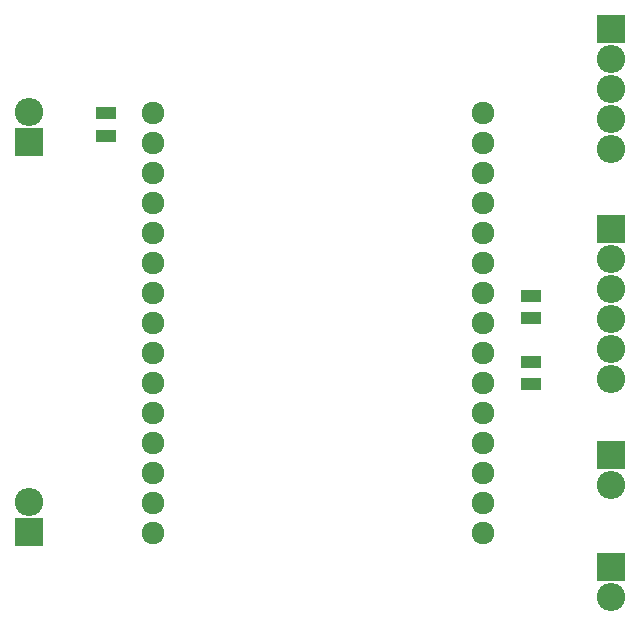
<source format=gbr>
G04 #@! TF.FileFunction,Soldermask,Top*
%FSLAX46Y46*%
G04 Gerber Fmt 4.6, Leading zero omitted, Abs format (unit mm)*
G04 Created by KiCad (PCBNEW 4.0.7-e2-6376~58~ubuntu16.04.1) date Mon Jan 15 14:59:09 2018*
%MOMM*%
%LPD*%
G01*
G04 APERTURE LIST*
%ADD10C,0.100000*%
%ADD11O,2.398980X2.398980*%
%ADD12R,2.398980X2.398980*%
%ADD13C,1.924000*%
%ADD14R,1.700000X1.100000*%
G04 APERTURE END LIST*
D10*
D11*
X179250000Y-82500000D03*
D12*
X179250000Y-79960000D03*
D11*
X130000000Y-41460000D03*
D12*
X130000000Y-44000000D03*
D11*
X130000000Y-74460000D03*
D12*
X130000000Y-77000000D03*
D11*
X179250000Y-42000000D03*
D12*
X179250000Y-34380000D03*
D11*
X179250000Y-36920000D03*
X179250000Y-39460000D03*
X179250000Y-44540000D03*
X179250000Y-59000000D03*
D12*
X179250000Y-51380000D03*
D11*
X179250000Y-53920000D03*
X179250000Y-56460000D03*
X179250000Y-61540000D03*
X179250000Y-64080000D03*
X179250000Y-73040000D03*
D12*
X179250000Y-70500000D03*
D13*
X140500000Y-41560000D03*
X140500000Y-44100000D03*
X140500000Y-46640000D03*
X140500000Y-49180000D03*
X140500000Y-51720000D03*
X140500000Y-54260000D03*
X140500000Y-56800000D03*
X140500000Y-59340000D03*
X140500000Y-61880000D03*
X140500000Y-64420000D03*
X140500000Y-66960000D03*
X140500000Y-69500000D03*
X140500000Y-72040000D03*
X140500000Y-74580000D03*
X140500000Y-77120000D03*
X168440000Y-77120000D03*
X168440000Y-74580000D03*
X168440000Y-72040000D03*
X168440000Y-69500000D03*
X168440000Y-66960000D03*
X168440000Y-64420000D03*
X168440000Y-61880000D03*
X168440000Y-59340000D03*
X168440000Y-56800000D03*
X168440000Y-54260000D03*
X168440000Y-51720000D03*
X168440000Y-49180000D03*
X168440000Y-46640000D03*
X168440000Y-44100000D03*
X168440000Y-41560000D03*
D14*
X136500000Y-41550000D03*
X136500000Y-43450000D03*
X172500000Y-58900000D03*
X172500000Y-57000000D03*
X172500000Y-64500000D03*
X172500000Y-62600000D03*
M02*

</source>
